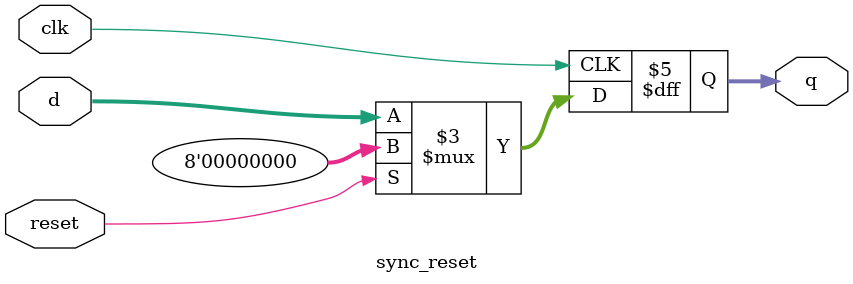
<source format=sv>
module sync_reset (
    input logic [7:0] d,
    input logic clk,
    input logic reset,
    output logic [7:0] q
);

    always @(posedge clk) begin
        if (reset) begin
            q <= 8'b00000000;
        end else begin
            q <= d;
        end
    end

endmodule
</source>
